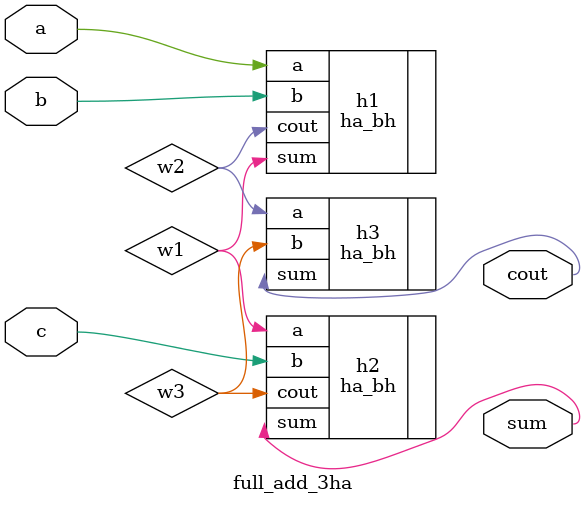
<source format=sv>
module full_add_3ha
(input a,b,c,
output logic sum,cout);
wire w1,w2,w3;
	ha_bh h1(.a,.b,.sum(w1),.cout(w2));
	ha_bh h2 (.a(w1),.b(c),.sum,.cout(w3));
	ha_bh h3 (.a(w2),.b(w3),.sum(cout));
endmodule

</source>
